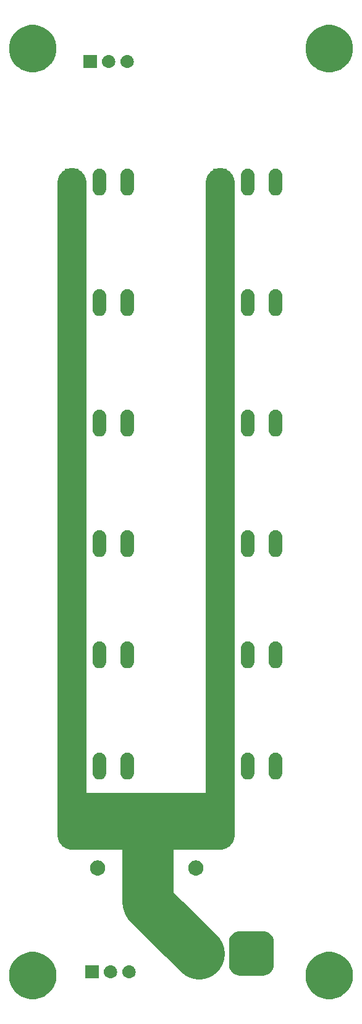
<source format=gbr>
G04 #@! TF.GenerationSoftware,KiCad,Pcbnew,(5.1.4)-1*
G04 #@! TF.CreationDate,2020-10-19T18:16:54+02:00*
G04 #@! TF.ProjectId,distrilite,64697374-7269-46c6-9974-652e6b696361,rev?*
G04 #@! TF.SameCoordinates,Original*
G04 #@! TF.FileFunction,Soldermask,Bot*
G04 #@! TF.FilePolarity,Negative*
%FSLAX46Y46*%
G04 Gerber Fmt 4.6, Leading zero omitted, Abs format (unit mm)*
G04 Created by KiCad (PCBNEW (5.1.4)-1) date 2020-10-19 18:16:54*
%MOMM*%
%LPD*%
G04 APERTURE LIST*
%ADD10C,0.150000*%
%ADD11C,7.000000*%
%ADD12C,4.000000*%
%ADD13C,0.100000*%
G04 APERTURE END LIST*
D10*
X46228000Y-150368000D02*
X46228000Y-148336000D01*
D11*
X46230000Y-157550000D02*
X46228000Y-150368000D01*
X53240000Y-164600000D02*
X46340000Y-157750000D01*
D10*
X35814000Y-142240000D02*
X35814000Y-141986000D01*
D12*
X35814000Y-148336000D02*
X35814000Y-136144000D01*
X56134000Y-148336000D02*
X56134000Y-135890000D01*
X56134000Y-144526000D02*
X35814000Y-144526000D01*
X56134000Y-148336000D02*
X35814000Y-148336000D01*
X56134000Y-138938000D02*
X56134000Y-58928000D01*
X35814000Y-138938000D02*
X35814000Y-58928000D01*
D13*
G36*
X71754239Y-164451467D02*
G01*
X72068282Y-164513934D01*
X72659926Y-164759001D01*
X73192392Y-165114784D01*
X73645216Y-165567608D01*
X74000999Y-166100074D01*
X74246066Y-166691718D01*
X74305888Y-166992462D01*
X74371000Y-167319803D01*
X74371000Y-167960197D01*
X74308533Y-168274239D01*
X74246066Y-168588282D01*
X74000999Y-169179926D01*
X73645216Y-169712392D01*
X73192392Y-170165216D01*
X72659926Y-170520999D01*
X72068282Y-170766066D01*
X71754239Y-170828533D01*
X71440197Y-170891000D01*
X70799803Y-170891000D01*
X70485761Y-170828533D01*
X70171718Y-170766066D01*
X69580074Y-170520999D01*
X69047608Y-170165216D01*
X68594784Y-169712392D01*
X68239001Y-169179926D01*
X67993934Y-168588282D01*
X67931467Y-168274239D01*
X67869000Y-167960197D01*
X67869000Y-167319803D01*
X67934112Y-166992462D01*
X67993934Y-166691718D01*
X68239001Y-166100074D01*
X68594784Y-165567608D01*
X69047608Y-165114784D01*
X69580074Y-164759001D01*
X70171718Y-164513934D01*
X70485761Y-164451467D01*
X70799803Y-164389000D01*
X71440197Y-164389000D01*
X71754239Y-164451467D01*
X71754239Y-164451467D01*
G37*
G36*
X31114239Y-164451467D02*
G01*
X31428282Y-164513934D01*
X32019926Y-164759001D01*
X32552392Y-165114784D01*
X33005216Y-165567608D01*
X33360999Y-166100074D01*
X33606066Y-166691718D01*
X33665888Y-166992462D01*
X33731000Y-167319803D01*
X33731000Y-167960197D01*
X33668533Y-168274239D01*
X33606066Y-168588282D01*
X33360999Y-169179926D01*
X33005216Y-169712392D01*
X32552392Y-170165216D01*
X32019926Y-170520999D01*
X31428282Y-170766066D01*
X31114239Y-170828533D01*
X30800197Y-170891000D01*
X30159803Y-170891000D01*
X29845761Y-170828533D01*
X29531718Y-170766066D01*
X28940074Y-170520999D01*
X28407608Y-170165216D01*
X27954784Y-169712392D01*
X27599001Y-169179926D01*
X27353934Y-168588282D01*
X27291467Y-168274239D01*
X27229000Y-167960197D01*
X27229000Y-167319803D01*
X27294112Y-166992462D01*
X27353934Y-166691718D01*
X27599001Y-166100074D01*
X27954784Y-165567608D01*
X28407608Y-165114784D01*
X28940074Y-164759001D01*
X29531718Y-164513934D01*
X29845761Y-164451467D01*
X30159803Y-164389000D01*
X30800197Y-164389000D01*
X31114239Y-164451467D01*
X31114239Y-164451467D01*
G37*
G36*
X39509000Y-168033000D02*
G01*
X37707000Y-168033000D01*
X37707000Y-166231000D01*
X39509000Y-166231000D01*
X39509000Y-168033000D01*
X39509000Y-168033000D01*
G37*
G36*
X43798442Y-166237518D02*
G01*
X43864627Y-166244037D01*
X44034466Y-166295557D01*
X44190991Y-166379222D01*
X44226729Y-166408552D01*
X44328186Y-166491814D01*
X44411448Y-166593271D01*
X44440778Y-166629009D01*
X44524443Y-166785534D01*
X44575963Y-166955373D01*
X44593359Y-167132000D01*
X44575963Y-167308627D01*
X44524443Y-167478466D01*
X44440778Y-167634991D01*
X44434205Y-167643000D01*
X44328186Y-167772186D01*
X44226729Y-167855448D01*
X44190991Y-167884778D01*
X44034466Y-167968443D01*
X43864627Y-168019963D01*
X43798442Y-168026482D01*
X43732260Y-168033000D01*
X43643740Y-168033000D01*
X43577558Y-168026482D01*
X43511373Y-168019963D01*
X43341534Y-167968443D01*
X43185009Y-167884778D01*
X43149271Y-167855448D01*
X43047814Y-167772186D01*
X42941795Y-167643000D01*
X42935222Y-167634991D01*
X42851557Y-167478466D01*
X42800037Y-167308627D01*
X42782641Y-167132000D01*
X42800037Y-166955373D01*
X42851557Y-166785534D01*
X42935222Y-166629009D01*
X42964552Y-166593271D01*
X43047814Y-166491814D01*
X43149271Y-166408552D01*
X43185009Y-166379222D01*
X43341534Y-166295557D01*
X43511373Y-166244037D01*
X43577558Y-166237518D01*
X43643740Y-166231000D01*
X43732260Y-166231000D01*
X43798442Y-166237518D01*
X43798442Y-166237518D01*
G37*
G36*
X41258442Y-166237518D02*
G01*
X41324627Y-166244037D01*
X41494466Y-166295557D01*
X41650991Y-166379222D01*
X41686729Y-166408552D01*
X41788186Y-166491814D01*
X41871448Y-166593271D01*
X41900778Y-166629009D01*
X41984443Y-166785534D01*
X42035963Y-166955373D01*
X42053359Y-167132000D01*
X42035963Y-167308627D01*
X41984443Y-167478466D01*
X41900778Y-167634991D01*
X41894205Y-167643000D01*
X41788186Y-167772186D01*
X41686729Y-167855448D01*
X41650991Y-167884778D01*
X41494466Y-167968443D01*
X41324627Y-168019963D01*
X41258442Y-168026482D01*
X41192260Y-168033000D01*
X41103740Y-168033000D01*
X41037558Y-168026482D01*
X40971373Y-168019963D01*
X40801534Y-167968443D01*
X40645009Y-167884778D01*
X40609271Y-167855448D01*
X40507814Y-167772186D01*
X40401795Y-167643000D01*
X40395222Y-167634991D01*
X40311557Y-167478466D01*
X40260037Y-167308627D01*
X40242641Y-167132000D01*
X40260037Y-166955373D01*
X40311557Y-166785534D01*
X40395222Y-166629009D01*
X40424552Y-166593271D01*
X40507814Y-166491814D01*
X40609271Y-166408552D01*
X40645009Y-166379222D01*
X40801534Y-166295557D01*
X40971373Y-166244037D01*
X41037558Y-166237518D01*
X41103740Y-166231000D01*
X41192260Y-166231000D01*
X41258442Y-166237518D01*
X41258442Y-166237518D01*
G37*
G36*
X54141943Y-161658248D02*
G01*
X54697189Y-161888238D01*
X54697190Y-161888239D01*
X55196899Y-162222134D01*
X55621866Y-162647101D01*
X55621867Y-162647103D01*
X55955762Y-163146811D01*
X56185752Y-163702057D01*
X56303000Y-164291501D01*
X56303000Y-164892499D01*
X56185752Y-165481943D01*
X55955762Y-166037189D01*
X55955761Y-166037190D01*
X55621866Y-166536899D01*
X55196899Y-166961866D01*
X54945347Y-167129948D01*
X54697189Y-167295762D01*
X54141943Y-167525752D01*
X53552499Y-167643000D01*
X52951501Y-167643000D01*
X52362057Y-167525752D01*
X51806811Y-167295762D01*
X51558653Y-167129948D01*
X51307101Y-166961866D01*
X50882134Y-166536899D01*
X50548239Y-166037190D01*
X50548238Y-166037189D01*
X50318248Y-165481943D01*
X50201000Y-164892499D01*
X50201000Y-164291501D01*
X50318248Y-163702057D01*
X50548238Y-163146811D01*
X50882133Y-162647103D01*
X50882134Y-162647101D01*
X51307101Y-162222134D01*
X51806810Y-161888239D01*
X51806811Y-161888238D01*
X52362057Y-161658248D01*
X52951501Y-161541000D01*
X53552499Y-161541000D01*
X54141943Y-161658248D01*
X54141943Y-161658248D01*
G37*
G36*
X62325297Y-161569704D02*
G01*
X62599637Y-161652924D01*
X62852462Y-161788062D01*
X63074070Y-161969930D01*
X63255938Y-162191538D01*
X63391076Y-162444363D01*
X63474296Y-162718703D01*
X63503000Y-163010140D01*
X63503000Y-166173860D01*
X63474296Y-166465297D01*
X63391076Y-166739637D01*
X63255938Y-166992462D01*
X63074070Y-167214070D01*
X62852462Y-167395938D01*
X62599637Y-167531076D01*
X62325297Y-167614296D01*
X62033860Y-167643000D01*
X58870140Y-167643000D01*
X58578703Y-167614296D01*
X58304363Y-167531076D01*
X58051538Y-167395938D01*
X57829930Y-167214070D01*
X57648062Y-166992462D01*
X57512924Y-166739637D01*
X57429704Y-166465297D01*
X57401000Y-166173860D01*
X57401000Y-163010140D01*
X57429704Y-162718703D01*
X57512924Y-162444363D01*
X57648062Y-162191538D01*
X57829930Y-161969930D01*
X58051538Y-161788062D01*
X58304363Y-161652924D01*
X58578703Y-161569704D01*
X58870140Y-161541000D01*
X62033860Y-161541000D01*
X62325297Y-161569704D01*
X62325297Y-161569704D01*
G37*
G36*
X39676564Y-151887389D02*
G01*
X39867833Y-151966615D01*
X39867835Y-151966616D01*
X40039973Y-152081635D01*
X40186365Y-152228027D01*
X40301385Y-152400167D01*
X40380611Y-152591436D01*
X40421000Y-152794484D01*
X40421000Y-153001516D01*
X40380611Y-153204564D01*
X40301385Y-153395833D01*
X40301384Y-153395835D01*
X40186365Y-153567973D01*
X40039973Y-153714365D01*
X39867835Y-153829384D01*
X39867834Y-153829385D01*
X39867833Y-153829385D01*
X39676564Y-153908611D01*
X39473516Y-153949000D01*
X39266484Y-153949000D01*
X39063436Y-153908611D01*
X38872167Y-153829385D01*
X38872166Y-153829385D01*
X38872165Y-153829384D01*
X38700027Y-153714365D01*
X38553635Y-153567973D01*
X38438616Y-153395835D01*
X38438615Y-153395833D01*
X38359389Y-153204564D01*
X38319000Y-153001516D01*
X38319000Y-152794484D01*
X38359389Y-152591436D01*
X38438615Y-152400167D01*
X38553635Y-152228027D01*
X38700027Y-152081635D01*
X38872165Y-151966616D01*
X38872167Y-151966615D01*
X39063436Y-151887389D01*
X39266484Y-151847000D01*
X39473516Y-151847000D01*
X39676564Y-151887389D01*
X39676564Y-151887389D01*
G37*
G36*
X53138564Y-151887389D02*
G01*
X53329833Y-151966615D01*
X53329835Y-151966616D01*
X53501973Y-152081635D01*
X53648365Y-152228027D01*
X53763385Y-152400167D01*
X53842611Y-152591436D01*
X53883000Y-152794484D01*
X53883000Y-153001516D01*
X53842611Y-153204564D01*
X53763385Y-153395833D01*
X53763384Y-153395835D01*
X53648365Y-153567973D01*
X53501973Y-153714365D01*
X53329835Y-153829384D01*
X53329834Y-153829385D01*
X53329833Y-153829385D01*
X53138564Y-153908611D01*
X52935516Y-153949000D01*
X52728484Y-153949000D01*
X52525436Y-153908611D01*
X52334167Y-153829385D01*
X52334166Y-153829385D01*
X52334165Y-153829384D01*
X52162027Y-153714365D01*
X52015635Y-153567973D01*
X51900616Y-153395835D01*
X51900615Y-153395833D01*
X51821389Y-153204564D01*
X51781000Y-153001516D01*
X51781000Y-152794484D01*
X51821389Y-152591436D01*
X51900615Y-152400167D01*
X52015635Y-152228027D01*
X52162027Y-152081635D01*
X52334165Y-151966616D01*
X52334167Y-151966615D01*
X52525436Y-151887389D01*
X52728484Y-151847000D01*
X52935516Y-151847000D01*
X53138564Y-151887389D01*
X53138564Y-151887389D01*
G37*
G36*
X53883000Y-150149000D02*
G01*
X51781000Y-150149000D01*
X51781000Y-148047000D01*
X53883000Y-148047000D01*
X53883000Y-150149000D01*
X53883000Y-150149000D01*
G37*
G36*
X40421000Y-150149000D02*
G01*
X38319000Y-150149000D01*
X38319000Y-148047000D01*
X40421000Y-148047000D01*
X40421000Y-150149000D01*
X40421000Y-150149000D01*
G37*
G36*
X39810424Y-137100760D02*
G01*
X39810427Y-137100761D01*
X39810428Y-137100761D01*
X39989692Y-137155140D01*
X39989695Y-137155142D01*
X39989696Y-137155142D01*
X40154903Y-137243446D01*
X40299712Y-137362288D01*
X40418554Y-137507097D01*
X40506858Y-137672303D01*
X40506860Y-137672307D01*
X40506860Y-137672308D01*
X40561240Y-137851575D01*
X40575000Y-137991282D01*
X40575000Y-139884718D01*
X40561240Y-140024425D01*
X40561239Y-140024428D01*
X40561239Y-140024429D01*
X40506860Y-140203693D01*
X40506858Y-140203696D01*
X40506858Y-140203697D01*
X40418554Y-140368903D01*
X40299712Y-140513712D01*
X40154903Y-140632554D01*
X39989697Y-140720858D01*
X39989693Y-140720860D01*
X39810429Y-140775239D01*
X39810428Y-140775239D01*
X39810425Y-140775240D01*
X39624000Y-140793601D01*
X39437576Y-140775240D01*
X39437573Y-140775239D01*
X39437572Y-140775239D01*
X39258308Y-140720860D01*
X39258304Y-140720858D01*
X39093098Y-140632554D01*
X38948289Y-140513712D01*
X38829447Y-140368903D01*
X38741143Y-140203697D01*
X38741143Y-140203696D01*
X38741141Y-140203693D01*
X38686762Y-140024429D01*
X38686762Y-140024428D01*
X38686761Y-140024425D01*
X38673000Y-139884717D01*
X38673000Y-137991283D01*
X38686760Y-137851576D01*
X38686761Y-137851572D01*
X38741140Y-137672308D01*
X38741143Y-137672303D01*
X38829446Y-137507097D01*
X38948288Y-137362288D01*
X39093097Y-137243446D01*
X39258303Y-137155142D01*
X39258304Y-137155142D01*
X39258307Y-137155140D01*
X39437571Y-137100761D01*
X39437572Y-137100761D01*
X39437575Y-137100760D01*
X39624000Y-137082399D01*
X39810424Y-137100760D01*
X39810424Y-137100760D01*
G37*
G36*
X60130424Y-137100760D02*
G01*
X60130427Y-137100761D01*
X60130428Y-137100761D01*
X60309692Y-137155140D01*
X60309695Y-137155142D01*
X60309696Y-137155142D01*
X60474903Y-137243446D01*
X60619712Y-137362288D01*
X60738554Y-137507097D01*
X60826858Y-137672303D01*
X60826860Y-137672307D01*
X60826860Y-137672308D01*
X60881240Y-137851575D01*
X60895000Y-137991282D01*
X60895000Y-139884718D01*
X60881240Y-140024425D01*
X60881239Y-140024428D01*
X60881239Y-140024429D01*
X60826860Y-140203693D01*
X60826858Y-140203696D01*
X60826858Y-140203697D01*
X60738554Y-140368903D01*
X60619712Y-140513712D01*
X60474903Y-140632554D01*
X60309697Y-140720858D01*
X60309693Y-140720860D01*
X60130429Y-140775239D01*
X60130428Y-140775239D01*
X60130425Y-140775240D01*
X59944000Y-140793601D01*
X59757576Y-140775240D01*
X59757573Y-140775239D01*
X59757572Y-140775239D01*
X59578308Y-140720860D01*
X59578304Y-140720858D01*
X59413098Y-140632554D01*
X59268289Y-140513712D01*
X59149447Y-140368903D01*
X59061143Y-140203697D01*
X59061143Y-140203696D01*
X59061141Y-140203693D01*
X59006762Y-140024429D01*
X59006762Y-140024428D01*
X59006761Y-140024425D01*
X58993000Y-139884717D01*
X58993000Y-137991283D01*
X59006760Y-137851576D01*
X59006761Y-137851572D01*
X59061140Y-137672308D01*
X59061143Y-137672303D01*
X59149446Y-137507097D01*
X59268288Y-137362288D01*
X59413097Y-137243446D01*
X59578303Y-137155142D01*
X59578304Y-137155142D01*
X59578307Y-137155140D01*
X59757571Y-137100761D01*
X59757572Y-137100761D01*
X59757575Y-137100760D01*
X59944000Y-137082399D01*
X60130424Y-137100760D01*
X60130424Y-137100760D01*
G37*
G36*
X63940424Y-137100760D02*
G01*
X63940427Y-137100761D01*
X63940428Y-137100761D01*
X64119692Y-137155140D01*
X64119695Y-137155142D01*
X64119696Y-137155142D01*
X64284903Y-137243446D01*
X64429712Y-137362288D01*
X64548554Y-137507097D01*
X64636858Y-137672303D01*
X64636860Y-137672307D01*
X64636860Y-137672308D01*
X64691240Y-137851575D01*
X64705000Y-137991282D01*
X64705000Y-139884718D01*
X64691240Y-140024425D01*
X64691239Y-140024428D01*
X64691239Y-140024429D01*
X64636860Y-140203693D01*
X64636858Y-140203696D01*
X64636858Y-140203697D01*
X64548554Y-140368903D01*
X64429712Y-140513712D01*
X64284903Y-140632554D01*
X64119697Y-140720858D01*
X64119693Y-140720860D01*
X63940429Y-140775239D01*
X63940428Y-140775239D01*
X63940425Y-140775240D01*
X63754000Y-140793601D01*
X63567576Y-140775240D01*
X63567573Y-140775239D01*
X63567572Y-140775239D01*
X63388308Y-140720860D01*
X63388304Y-140720858D01*
X63223098Y-140632554D01*
X63078289Y-140513712D01*
X62959447Y-140368903D01*
X62871143Y-140203697D01*
X62871143Y-140203696D01*
X62871141Y-140203693D01*
X62816762Y-140024429D01*
X62816762Y-140024428D01*
X62816761Y-140024425D01*
X62803000Y-139884717D01*
X62803000Y-137991283D01*
X62816760Y-137851576D01*
X62816761Y-137851572D01*
X62871140Y-137672308D01*
X62871143Y-137672303D01*
X62959446Y-137507097D01*
X63078288Y-137362288D01*
X63223097Y-137243446D01*
X63388303Y-137155142D01*
X63388304Y-137155142D01*
X63388307Y-137155140D01*
X63567571Y-137100761D01*
X63567572Y-137100761D01*
X63567575Y-137100760D01*
X63754000Y-137082399D01*
X63940424Y-137100760D01*
X63940424Y-137100760D01*
G37*
G36*
X43620424Y-137100760D02*
G01*
X43620427Y-137100761D01*
X43620428Y-137100761D01*
X43799692Y-137155140D01*
X43799695Y-137155142D01*
X43799696Y-137155142D01*
X43964903Y-137243446D01*
X44109712Y-137362288D01*
X44228554Y-137507097D01*
X44316858Y-137672303D01*
X44316860Y-137672307D01*
X44316860Y-137672308D01*
X44371240Y-137851575D01*
X44385000Y-137991282D01*
X44385000Y-139884718D01*
X44371240Y-140024425D01*
X44371239Y-140024428D01*
X44371239Y-140024429D01*
X44316860Y-140203693D01*
X44316858Y-140203696D01*
X44316858Y-140203697D01*
X44228554Y-140368903D01*
X44109712Y-140513712D01*
X43964903Y-140632554D01*
X43799697Y-140720858D01*
X43799693Y-140720860D01*
X43620429Y-140775239D01*
X43620428Y-140775239D01*
X43620425Y-140775240D01*
X43434000Y-140793601D01*
X43247576Y-140775240D01*
X43247573Y-140775239D01*
X43247572Y-140775239D01*
X43068308Y-140720860D01*
X43068304Y-140720858D01*
X42903098Y-140632554D01*
X42758289Y-140513712D01*
X42639447Y-140368903D01*
X42551143Y-140203697D01*
X42551143Y-140203696D01*
X42551141Y-140203693D01*
X42496762Y-140024429D01*
X42496762Y-140024428D01*
X42496761Y-140024425D01*
X42483000Y-139884717D01*
X42483000Y-137991283D01*
X42496760Y-137851576D01*
X42496761Y-137851572D01*
X42551140Y-137672308D01*
X42551143Y-137672303D01*
X42639446Y-137507097D01*
X42758288Y-137362288D01*
X42903097Y-137243446D01*
X43068303Y-137155142D01*
X43068304Y-137155142D01*
X43068307Y-137155140D01*
X43247571Y-137100761D01*
X43247572Y-137100761D01*
X43247575Y-137100760D01*
X43434000Y-137082399D01*
X43620424Y-137100760D01*
X43620424Y-137100760D01*
G37*
G36*
X36765000Y-140789000D02*
G01*
X34863000Y-140789000D01*
X34863000Y-137087000D01*
X36765000Y-137087000D01*
X36765000Y-140789000D01*
X36765000Y-140789000D01*
G37*
G36*
X57085000Y-140789000D02*
G01*
X55183000Y-140789000D01*
X55183000Y-137087000D01*
X57085000Y-137087000D01*
X57085000Y-140789000D01*
X57085000Y-140789000D01*
G37*
G36*
X39810424Y-121860760D02*
G01*
X39810427Y-121860761D01*
X39810428Y-121860761D01*
X39989692Y-121915140D01*
X39989695Y-121915142D01*
X39989696Y-121915142D01*
X40154903Y-122003446D01*
X40299712Y-122122288D01*
X40418554Y-122267097D01*
X40506858Y-122432303D01*
X40506860Y-122432307D01*
X40506860Y-122432308D01*
X40561240Y-122611575D01*
X40575000Y-122751282D01*
X40575000Y-124644718D01*
X40561240Y-124784425D01*
X40561239Y-124784428D01*
X40561239Y-124784429D01*
X40506860Y-124963693D01*
X40506858Y-124963696D01*
X40506858Y-124963697D01*
X40418554Y-125128903D01*
X40299712Y-125273712D01*
X40154903Y-125392554D01*
X39989697Y-125480858D01*
X39989693Y-125480860D01*
X39810429Y-125535239D01*
X39810428Y-125535239D01*
X39810425Y-125535240D01*
X39624000Y-125553601D01*
X39437576Y-125535240D01*
X39437573Y-125535239D01*
X39437572Y-125535239D01*
X39258308Y-125480860D01*
X39258304Y-125480858D01*
X39093098Y-125392554D01*
X38948289Y-125273712D01*
X38829447Y-125128903D01*
X38741143Y-124963697D01*
X38741143Y-124963696D01*
X38741141Y-124963693D01*
X38686762Y-124784429D01*
X38686762Y-124784428D01*
X38686761Y-124784425D01*
X38673000Y-124644717D01*
X38673000Y-122751283D01*
X38686760Y-122611576D01*
X38686761Y-122611572D01*
X38741140Y-122432308D01*
X38741143Y-122432303D01*
X38829446Y-122267097D01*
X38948288Y-122122288D01*
X39093097Y-122003446D01*
X39258303Y-121915142D01*
X39258304Y-121915142D01*
X39258307Y-121915140D01*
X39437571Y-121860761D01*
X39437572Y-121860761D01*
X39437575Y-121860760D01*
X39624000Y-121842399D01*
X39810424Y-121860760D01*
X39810424Y-121860760D01*
G37*
G36*
X43620424Y-121860760D02*
G01*
X43620427Y-121860761D01*
X43620428Y-121860761D01*
X43799692Y-121915140D01*
X43799695Y-121915142D01*
X43799696Y-121915142D01*
X43964903Y-122003446D01*
X44109712Y-122122288D01*
X44228554Y-122267097D01*
X44316858Y-122432303D01*
X44316860Y-122432307D01*
X44316860Y-122432308D01*
X44371240Y-122611575D01*
X44385000Y-122751282D01*
X44385000Y-124644718D01*
X44371240Y-124784425D01*
X44371239Y-124784428D01*
X44371239Y-124784429D01*
X44316860Y-124963693D01*
X44316858Y-124963696D01*
X44316858Y-124963697D01*
X44228554Y-125128903D01*
X44109712Y-125273712D01*
X43964903Y-125392554D01*
X43799697Y-125480858D01*
X43799693Y-125480860D01*
X43620429Y-125535239D01*
X43620428Y-125535239D01*
X43620425Y-125535240D01*
X43434000Y-125553601D01*
X43247576Y-125535240D01*
X43247573Y-125535239D01*
X43247572Y-125535239D01*
X43068308Y-125480860D01*
X43068304Y-125480858D01*
X42903098Y-125392554D01*
X42758289Y-125273712D01*
X42639447Y-125128903D01*
X42551143Y-124963697D01*
X42551143Y-124963696D01*
X42551141Y-124963693D01*
X42496762Y-124784429D01*
X42496762Y-124784428D01*
X42496761Y-124784425D01*
X42483000Y-124644717D01*
X42483000Y-122751283D01*
X42496760Y-122611576D01*
X42496761Y-122611572D01*
X42551140Y-122432308D01*
X42551143Y-122432303D01*
X42639446Y-122267097D01*
X42758288Y-122122288D01*
X42903097Y-122003446D01*
X43068303Y-121915142D01*
X43068304Y-121915142D01*
X43068307Y-121915140D01*
X43247571Y-121860761D01*
X43247572Y-121860761D01*
X43247575Y-121860760D01*
X43434000Y-121842399D01*
X43620424Y-121860760D01*
X43620424Y-121860760D01*
G37*
G36*
X60130424Y-121860760D02*
G01*
X60130427Y-121860761D01*
X60130428Y-121860761D01*
X60309692Y-121915140D01*
X60309695Y-121915142D01*
X60309696Y-121915142D01*
X60474903Y-122003446D01*
X60619712Y-122122288D01*
X60738554Y-122267097D01*
X60826858Y-122432303D01*
X60826860Y-122432307D01*
X60826860Y-122432308D01*
X60881240Y-122611575D01*
X60895000Y-122751282D01*
X60895000Y-124644718D01*
X60881240Y-124784425D01*
X60881239Y-124784428D01*
X60881239Y-124784429D01*
X60826860Y-124963693D01*
X60826858Y-124963696D01*
X60826858Y-124963697D01*
X60738554Y-125128903D01*
X60619712Y-125273712D01*
X60474903Y-125392554D01*
X60309697Y-125480858D01*
X60309693Y-125480860D01*
X60130429Y-125535239D01*
X60130428Y-125535239D01*
X60130425Y-125535240D01*
X59944000Y-125553601D01*
X59757576Y-125535240D01*
X59757573Y-125535239D01*
X59757572Y-125535239D01*
X59578308Y-125480860D01*
X59578304Y-125480858D01*
X59413098Y-125392554D01*
X59268289Y-125273712D01*
X59149447Y-125128903D01*
X59061143Y-124963697D01*
X59061143Y-124963696D01*
X59061141Y-124963693D01*
X59006762Y-124784429D01*
X59006762Y-124784428D01*
X59006761Y-124784425D01*
X58993000Y-124644717D01*
X58993000Y-122751283D01*
X59006760Y-122611576D01*
X59006761Y-122611572D01*
X59061140Y-122432308D01*
X59061143Y-122432303D01*
X59149446Y-122267097D01*
X59268288Y-122122288D01*
X59413097Y-122003446D01*
X59578303Y-121915142D01*
X59578304Y-121915142D01*
X59578307Y-121915140D01*
X59757571Y-121860761D01*
X59757572Y-121860761D01*
X59757575Y-121860760D01*
X59944000Y-121842399D01*
X60130424Y-121860760D01*
X60130424Y-121860760D01*
G37*
G36*
X63940424Y-121860760D02*
G01*
X63940427Y-121860761D01*
X63940428Y-121860761D01*
X64119692Y-121915140D01*
X64119695Y-121915142D01*
X64119696Y-121915142D01*
X64284903Y-122003446D01*
X64429712Y-122122288D01*
X64548554Y-122267097D01*
X64636858Y-122432303D01*
X64636860Y-122432307D01*
X64636860Y-122432308D01*
X64691240Y-122611575D01*
X64705000Y-122751282D01*
X64705000Y-124644718D01*
X64691240Y-124784425D01*
X64691239Y-124784428D01*
X64691239Y-124784429D01*
X64636860Y-124963693D01*
X64636858Y-124963696D01*
X64636858Y-124963697D01*
X64548554Y-125128903D01*
X64429712Y-125273712D01*
X64284903Y-125392554D01*
X64119697Y-125480858D01*
X64119693Y-125480860D01*
X63940429Y-125535239D01*
X63940428Y-125535239D01*
X63940425Y-125535240D01*
X63754000Y-125553601D01*
X63567576Y-125535240D01*
X63567573Y-125535239D01*
X63567572Y-125535239D01*
X63388308Y-125480860D01*
X63388304Y-125480858D01*
X63223098Y-125392554D01*
X63078289Y-125273712D01*
X62959447Y-125128903D01*
X62871143Y-124963697D01*
X62871143Y-124963696D01*
X62871141Y-124963693D01*
X62816762Y-124784429D01*
X62816762Y-124784428D01*
X62816761Y-124784425D01*
X62803000Y-124644717D01*
X62803000Y-122751283D01*
X62816760Y-122611576D01*
X62816761Y-122611572D01*
X62871140Y-122432308D01*
X62871143Y-122432303D01*
X62959446Y-122267097D01*
X63078288Y-122122288D01*
X63223097Y-122003446D01*
X63388303Y-121915142D01*
X63388304Y-121915142D01*
X63388307Y-121915140D01*
X63567571Y-121860761D01*
X63567572Y-121860761D01*
X63567575Y-121860760D01*
X63754000Y-121842399D01*
X63940424Y-121860760D01*
X63940424Y-121860760D01*
G37*
G36*
X36765000Y-125549000D02*
G01*
X34863000Y-125549000D01*
X34863000Y-121847000D01*
X36765000Y-121847000D01*
X36765000Y-125549000D01*
X36765000Y-125549000D01*
G37*
G36*
X57085000Y-125549000D02*
G01*
X55183000Y-125549000D01*
X55183000Y-121847000D01*
X57085000Y-121847000D01*
X57085000Y-125549000D01*
X57085000Y-125549000D01*
G37*
G36*
X43620424Y-106620760D02*
G01*
X43620427Y-106620761D01*
X43620428Y-106620761D01*
X43799692Y-106675140D01*
X43799695Y-106675142D01*
X43799696Y-106675142D01*
X43964903Y-106763446D01*
X44109712Y-106882288D01*
X44228554Y-107027097D01*
X44316858Y-107192303D01*
X44316860Y-107192307D01*
X44316860Y-107192308D01*
X44371240Y-107371575D01*
X44385000Y-107511282D01*
X44385000Y-109404718D01*
X44371240Y-109544425D01*
X44371239Y-109544428D01*
X44371239Y-109544429D01*
X44316860Y-109723693D01*
X44316858Y-109723696D01*
X44316858Y-109723697D01*
X44228554Y-109888903D01*
X44109712Y-110033712D01*
X43964903Y-110152554D01*
X43799697Y-110240858D01*
X43799693Y-110240860D01*
X43620429Y-110295239D01*
X43620428Y-110295239D01*
X43620425Y-110295240D01*
X43434000Y-110313601D01*
X43247576Y-110295240D01*
X43247573Y-110295239D01*
X43247572Y-110295239D01*
X43068308Y-110240860D01*
X43068304Y-110240858D01*
X42903098Y-110152554D01*
X42758289Y-110033712D01*
X42639447Y-109888903D01*
X42551143Y-109723697D01*
X42551143Y-109723696D01*
X42551141Y-109723693D01*
X42496762Y-109544429D01*
X42496762Y-109544428D01*
X42496761Y-109544425D01*
X42483000Y-109404717D01*
X42483000Y-107511283D01*
X42496760Y-107371576D01*
X42496761Y-107371572D01*
X42551140Y-107192308D01*
X42551143Y-107192303D01*
X42639446Y-107027097D01*
X42758288Y-106882288D01*
X42903097Y-106763446D01*
X43068303Y-106675142D01*
X43068304Y-106675142D01*
X43068307Y-106675140D01*
X43247571Y-106620761D01*
X43247572Y-106620761D01*
X43247575Y-106620760D01*
X43434000Y-106602399D01*
X43620424Y-106620760D01*
X43620424Y-106620760D01*
G37*
G36*
X39810424Y-106620760D02*
G01*
X39810427Y-106620761D01*
X39810428Y-106620761D01*
X39989692Y-106675140D01*
X39989695Y-106675142D01*
X39989696Y-106675142D01*
X40154903Y-106763446D01*
X40299712Y-106882288D01*
X40418554Y-107027097D01*
X40506858Y-107192303D01*
X40506860Y-107192307D01*
X40506860Y-107192308D01*
X40561240Y-107371575D01*
X40575000Y-107511282D01*
X40575000Y-109404718D01*
X40561240Y-109544425D01*
X40561239Y-109544428D01*
X40561239Y-109544429D01*
X40506860Y-109723693D01*
X40506858Y-109723696D01*
X40506858Y-109723697D01*
X40418554Y-109888903D01*
X40299712Y-110033712D01*
X40154903Y-110152554D01*
X39989697Y-110240858D01*
X39989693Y-110240860D01*
X39810429Y-110295239D01*
X39810428Y-110295239D01*
X39810425Y-110295240D01*
X39624000Y-110313601D01*
X39437576Y-110295240D01*
X39437573Y-110295239D01*
X39437572Y-110295239D01*
X39258308Y-110240860D01*
X39258304Y-110240858D01*
X39093098Y-110152554D01*
X38948289Y-110033712D01*
X38829447Y-109888903D01*
X38741143Y-109723697D01*
X38741143Y-109723696D01*
X38741141Y-109723693D01*
X38686762Y-109544429D01*
X38686762Y-109544428D01*
X38686761Y-109544425D01*
X38673000Y-109404717D01*
X38673000Y-107511283D01*
X38686760Y-107371576D01*
X38686761Y-107371572D01*
X38741140Y-107192308D01*
X38741143Y-107192303D01*
X38829446Y-107027097D01*
X38948288Y-106882288D01*
X39093097Y-106763446D01*
X39258303Y-106675142D01*
X39258304Y-106675142D01*
X39258307Y-106675140D01*
X39437571Y-106620761D01*
X39437572Y-106620761D01*
X39437575Y-106620760D01*
X39624000Y-106602399D01*
X39810424Y-106620760D01*
X39810424Y-106620760D01*
G37*
G36*
X63940424Y-106620760D02*
G01*
X63940427Y-106620761D01*
X63940428Y-106620761D01*
X64119692Y-106675140D01*
X64119695Y-106675142D01*
X64119696Y-106675142D01*
X64284903Y-106763446D01*
X64429712Y-106882288D01*
X64548554Y-107027097D01*
X64636858Y-107192303D01*
X64636860Y-107192307D01*
X64636860Y-107192308D01*
X64691240Y-107371575D01*
X64705000Y-107511282D01*
X64705000Y-109404718D01*
X64691240Y-109544425D01*
X64691239Y-109544428D01*
X64691239Y-109544429D01*
X64636860Y-109723693D01*
X64636858Y-109723696D01*
X64636858Y-109723697D01*
X64548554Y-109888903D01*
X64429712Y-110033712D01*
X64284903Y-110152554D01*
X64119697Y-110240858D01*
X64119693Y-110240860D01*
X63940429Y-110295239D01*
X63940428Y-110295239D01*
X63940425Y-110295240D01*
X63754000Y-110313601D01*
X63567576Y-110295240D01*
X63567573Y-110295239D01*
X63567572Y-110295239D01*
X63388308Y-110240860D01*
X63388304Y-110240858D01*
X63223098Y-110152554D01*
X63078289Y-110033712D01*
X62959447Y-109888903D01*
X62871143Y-109723697D01*
X62871143Y-109723696D01*
X62871141Y-109723693D01*
X62816762Y-109544429D01*
X62816762Y-109544428D01*
X62816761Y-109544425D01*
X62803000Y-109404717D01*
X62803000Y-107511283D01*
X62816760Y-107371576D01*
X62816761Y-107371572D01*
X62871140Y-107192308D01*
X62871143Y-107192303D01*
X62959446Y-107027097D01*
X63078288Y-106882288D01*
X63223097Y-106763446D01*
X63388303Y-106675142D01*
X63388304Y-106675142D01*
X63388307Y-106675140D01*
X63567571Y-106620761D01*
X63567572Y-106620761D01*
X63567575Y-106620760D01*
X63754000Y-106602399D01*
X63940424Y-106620760D01*
X63940424Y-106620760D01*
G37*
G36*
X60130424Y-106620760D02*
G01*
X60130427Y-106620761D01*
X60130428Y-106620761D01*
X60309692Y-106675140D01*
X60309695Y-106675142D01*
X60309696Y-106675142D01*
X60474903Y-106763446D01*
X60619712Y-106882288D01*
X60738554Y-107027097D01*
X60826858Y-107192303D01*
X60826860Y-107192307D01*
X60826860Y-107192308D01*
X60881240Y-107371575D01*
X60895000Y-107511282D01*
X60895000Y-109404718D01*
X60881240Y-109544425D01*
X60881239Y-109544428D01*
X60881239Y-109544429D01*
X60826860Y-109723693D01*
X60826858Y-109723696D01*
X60826858Y-109723697D01*
X60738554Y-109888903D01*
X60619712Y-110033712D01*
X60474903Y-110152554D01*
X60309697Y-110240858D01*
X60309693Y-110240860D01*
X60130429Y-110295239D01*
X60130428Y-110295239D01*
X60130425Y-110295240D01*
X59944000Y-110313601D01*
X59757576Y-110295240D01*
X59757573Y-110295239D01*
X59757572Y-110295239D01*
X59578308Y-110240860D01*
X59578304Y-110240858D01*
X59413098Y-110152554D01*
X59268289Y-110033712D01*
X59149447Y-109888903D01*
X59061143Y-109723697D01*
X59061143Y-109723696D01*
X59061141Y-109723693D01*
X59006762Y-109544429D01*
X59006762Y-109544428D01*
X59006761Y-109544425D01*
X58993000Y-109404717D01*
X58993000Y-107511283D01*
X59006760Y-107371576D01*
X59006761Y-107371572D01*
X59061140Y-107192308D01*
X59061143Y-107192303D01*
X59149446Y-107027097D01*
X59268288Y-106882288D01*
X59413097Y-106763446D01*
X59578303Y-106675142D01*
X59578304Y-106675142D01*
X59578307Y-106675140D01*
X59757571Y-106620761D01*
X59757572Y-106620761D01*
X59757575Y-106620760D01*
X59944000Y-106602399D01*
X60130424Y-106620760D01*
X60130424Y-106620760D01*
G37*
G36*
X36765000Y-110309000D02*
G01*
X34863000Y-110309000D01*
X34863000Y-106607000D01*
X36765000Y-106607000D01*
X36765000Y-110309000D01*
X36765000Y-110309000D01*
G37*
G36*
X57085000Y-110309000D02*
G01*
X55183000Y-110309000D01*
X55183000Y-106607000D01*
X57085000Y-106607000D01*
X57085000Y-110309000D01*
X57085000Y-110309000D01*
G37*
G36*
X60130424Y-90110760D02*
G01*
X60130427Y-90110761D01*
X60130428Y-90110761D01*
X60309692Y-90165140D01*
X60309695Y-90165142D01*
X60309696Y-90165142D01*
X60474903Y-90253446D01*
X60619712Y-90372288D01*
X60738554Y-90517097D01*
X60826858Y-90682303D01*
X60826860Y-90682307D01*
X60826860Y-90682308D01*
X60881240Y-90861575D01*
X60895000Y-91001282D01*
X60895000Y-92894718D01*
X60881240Y-93034425D01*
X60881239Y-93034428D01*
X60881239Y-93034429D01*
X60826860Y-93213693D01*
X60826858Y-93213696D01*
X60826858Y-93213697D01*
X60738554Y-93378903D01*
X60619712Y-93523712D01*
X60474903Y-93642554D01*
X60309697Y-93730858D01*
X60309693Y-93730860D01*
X60130429Y-93785239D01*
X60130428Y-93785239D01*
X60130425Y-93785240D01*
X59944000Y-93803601D01*
X59757576Y-93785240D01*
X59757573Y-93785239D01*
X59757572Y-93785239D01*
X59578308Y-93730860D01*
X59578304Y-93730858D01*
X59413098Y-93642554D01*
X59268289Y-93523712D01*
X59149447Y-93378903D01*
X59061143Y-93213697D01*
X59061143Y-93213696D01*
X59061141Y-93213693D01*
X59006762Y-93034429D01*
X59006762Y-93034428D01*
X59006761Y-93034425D01*
X58993000Y-92894717D01*
X58993000Y-91001283D01*
X59006760Y-90861576D01*
X59006761Y-90861572D01*
X59061140Y-90682308D01*
X59061143Y-90682303D01*
X59149446Y-90517097D01*
X59268288Y-90372288D01*
X59413097Y-90253446D01*
X59578303Y-90165142D01*
X59578304Y-90165142D01*
X59578307Y-90165140D01*
X59757571Y-90110761D01*
X59757572Y-90110761D01*
X59757575Y-90110760D01*
X59944000Y-90092399D01*
X60130424Y-90110760D01*
X60130424Y-90110760D01*
G37*
G36*
X63940424Y-90110760D02*
G01*
X63940427Y-90110761D01*
X63940428Y-90110761D01*
X64119692Y-90165140D01*
X64119695Y-90165142D01*
X64119696Y-90165142D01*
X64284903Y-90253446D01*
X64429712Y-90372288D01*
X64548554Y-90517097D01*
X64636858Y-90682303D01*
X64636860Y-90682307D01*
X64636860Y-90682308D01*
X64691240Y-90861575D01*
X64705000Y-91001282D01*
X64705000Y-92894718D01*
X64691240Y-93034425D01*
X64691239Y-93034428D01*
X64691239Y-93034429D01*
X64636860Y-93213693D01*
X64636858Y-93213696D01*
X64636858Y-93213697D01*
X64548554Y-93378903D01*
X64429712Y-93523712D01*
X64284903Y-93642554D01*
X64119697Y-93730858D01*
X64119693Y-93730860D01*
X63940429Y-93785239D01*
X63940428Y-93785239D01*
X63940425Y-93785240D01*
X63754000Y-93803601D01*
X63567576Y-93785240D01*
X63567573Y-93785239D01*
X63567572Y-93785239D01*
X63388308Y-93730860D01*
X63388304Y-93730858D01*
X63223098Y-93642554D01*
X63078289Y-93523712D01*
X62959447Y-93378903D01*
X62871143Y-93213697D01*
X62871143Y-93213696D01*
X62871141Y-93213693D01*
X62816762Y-93034429D01*
X62816762Y-93034428D01*
X62816761Y-93034425D01*
X62803000Y-92894717D01*
X62803000Y-91001283D01*
X62816760Y-90861576D01*
X62816761Y-90861572D01*
X62871140Y-90682308D01*
X62871143Y-90682303D01*
X62959446Y-90517097D01*
X63078288Y-90372288D01*
X63223097Y-90253446D01*
X63388303Y-90165142D01*
X63388304Y-90165142D01*
X63388307Y-90165140D01*
X63567571Y-90110761D01*
X63567572Y-90110761D01*
X63567575Y-90110760D01*
X63754000Y-90092399D01*
X63940424Y-90110760D01*
X63940424Y-90110760D01*
G37*
G36*
X43620424Y-90110760D02*
G01*
X43620427Y-90110761D01*
X43620428Y-90110761D01*
X43799692Y-90165140D01*
X43799695Y-90165142D01*
X43799696Y-90165142D01*
X43964903Y-90253446D01*
X44109712Y-90372288D01*
X44228554Y-90517097D01*
X44316858Y-90682303D01*
X44316860Y-90682307D01*
X44316860Y-90682308D01*
X44371240Y-90861575D01*
X44385000Y-91001282D01*
X44385000Y-92894718D01*
X44371240Y-93034425D01*
X44371239Y-93034428D01*
X44371239Y-93034429D01*
X44316860Y-93213693D01*
X44316858Y-93213696D01*
X44316858Y-93213697D01*
X44228554Y-93378903D01*
X44109712Y-93523712D01*
X43964903Y-93642554D01*
X43799697Y-93730858D01*
X43799693Y-93730860D01*
X43620429Y-93785239D01*
X43620428Y-93785239D01*
X43620425Y-93785240D01*
X43434000Y-93803601D01*
X43247576Y-93785240D01*
X43247573Y-93785239D01*
X43247572Y-93785239D01*
X43068308Y-93730860D01*
X43068304Y-93730858D01*
X42903098Y-93642554D01*
X42758289Y-93523712D01*
X42639447Y-93378903D01*
X42551143Y-93213697D01*
X42551143Y-93213696D01*
X42551141Y-93213693D01*
X42496762Y-93034429D01*
X42496762Y-93034428D01*
X42496761Y-93034425D01*
X42483000Y-92894717D01*
X42483000Y-91001283D01*
X42496760Y-90861576D01*
X42496761Y-90861572D01*
X42551140Y-90682308D01*
X42551143Y-90682303D01*
X42639446Y-90517097D01*
X42758288Y-90372288D01*
X42903097Y-90253446D01*
X43068303Y-90165142D01*
X43068304Y-90165142D01*
X43068307Y-90165140D01*
X43247571Y-90110761D01*
X43247572Y-90110761D01*
X43247575Y-90110760D01*
X43434000Y-90092399D01*
X43620424Y-90110760D01*
X43620424Y-90110760D01*
G37*
G36*
X39810424Y-90110760D02*
G01*
X39810427Y-90110761D01*
X39810428Y-90110761D01*
X39989692Y-90165140D01*
X39989695Y-90165142D01*
X39989696Y-90165142D01*
X40154903Y-90253446D01*
X40299712Y-90372288D01*
X40418554Y-90517097D01*
X40506858Y-90682303D01*
X40506860Y-90682307D01*
X40506860Y-90682308D01*
X40561240Y-90861575D01*
X40575000Y-91001282D01*
X40575000Y-92894718D01*
X40561240Y-93034425D01*
X40561239Y-93034428D01*
X40561239Y-93034429D01*
X40506860Y-93213693D01*
X40506858Y-93213696D01*
X40506858Y-93213697D01*
X40418554Y-93378903D01*
X40299712Y-93523712D01*
X40154903Y-93642554D01*
X39989697Y-93730858D01*
X39989693Y-93730860D01*
X39810429Y-93785239D01*
X39810428Y-93785239D01*
X39810425Y-93785240D01*
X39624000Y-93803601D01*
X39437576Y-93785240D01*
X39437573Y-93785239D01*
X39437572Y-93785239D01*
X39258308Y-93730860D01*
X39258304Y-93730858D01*
X39093098Y-93642554D01*
X38948289Y-93523712D01*
X38829447Y-93378903D01*
X38741143Y-93213697D01*
X38741143Y-93213696D01*
X38741141Y-93213693D01*
X38686762Y-93034429D01*
X38686762Y-93034428D01*
X38686761Y-93034425D01*
X38673000Y-92894717D01*
X38673000Y-91001283D01*
X38686760Y-90861576D01*
X38686761Y-90861572D01*
X38741140Y-90682308D01*
X38741143Y-90682303D01*
X38829446Y-90517097D01*
X38948288Y-90372288D01*
X39093097Y-90253446D01*
X39258303Y-90165142D01*
X39258304Y-90165142D01*
X39258307Y-90165140D01*
X39437571Y-90110761D01*
X39437572Y-90110761D01*
X39437575Y-90110760D01*
X39624000Y-90092399D01*
X39810424Y-90110760D01*
X39810424Y-90110760D01*
G37*
G36*
X36765000Y-93799000D02*
G01*
X34863000Y-93799000D01*
X34863000Y-90097000D01*
X36765000Y-90097000D01*
X36765000Y-93799000D01*
X36765000Y-93799000D01*
G37*
G36*
X57085000Y-93799000D02*
G01*
X55183000Y-93799000D01*
X55183000Y-90097000D01*
X57085000Y-90097000D01*
X57085000Y-93799000D01*
X57085000Y-93799000D01*
G37*
G36*
X60130424Y-73600760D02*
G01*
X60130427Y-73600761D01*
X60130428Y-73600761D01*
X60309692Y-73655140D01*
X60309695Y-73655142D01*
X60309696Y-73655142D01*
X60474903Y-73743446D01*
X60619712Y-73862288D01*
X60738554Y-74007097D01*
X60826858Y-74172303D01*
X60826860Y-74172307D01*
X60826860Y-74172308D01*
X60881240Y-74351575D01*
X60895000Y-74491282D01*
X60895000Y-76384718D01*
X60881240Y-76524425D01*
X60881239Y-76524428D01*
X60881239Y-76524429D01*
X60826860Y-76703693D01*
X60826858Y-76703696D01*
X60826858Y-76703697D01*
X60738554Y-76868903D01*
X60619712Y-77013712D01*
X60474903Y-77132554D01*
X60309697Y-77220858D01*
X60309693Y-77220860D01*
X60130429Y-77275239D01*
X60130428Y-77275239D01*
X60130425Y-77275240D01*
X59944000Y-77293601D01*
X59757576Y-77275240D01*
X59757573Y-77275239D01*
X59757572Y-77275239D01*
X59578308Y-77220860D01*
X59578304Y-77220858D01*
X59413098Y-77132554D01*
X59268289Y-77013712D01*
X59149447Y-76868903D01*
X59061143Y-76703697D01*
X59061143Y-76703696D01*
X59061141Y-76703693D01*
X59006762Y-76524429D01*
X59006762Y-76524428D01*
X59006761Y-76524425D01*
X58993000Y-76384717D01*
X58993000Y-74491283D01*
X59006760Y-74351576D01*
X59006761Y-74351572D01*
X59061140Y-74172308D01*
X59061143Y-74172303D01*
X59149446Y-74007097D01*
X59268288Y-73862288D01*
X59413097Y-73743446D01*
X59578303Y-73655142D01*
X59578304Y-73655142D01*
X59578307Y-73655140D01*
X59757571Y-73600761D01*
X59757572Y-73600761D01*
X59757575Y-73600760D01*
X59944000Y-73582399D01*
X60130424Y-73600760D01*
X60130424Y-73600760D01*
G37*
G36*
X63940424Y-73600760D02*
G01*
X63940427Y-73600761D01*
X63940428Y-73600761D01*
X64119692Y-73655140D01*
X64119695Y-73655142D01*
X64119696Y-73655142D01*
X64284903Y-73743446D01*
X64429712Y-73862288D01*
X64548554Y-74007097D01*
X64636858Y-74172303D01*
X64636860Y-74172307D01*
X64636860Y-74172308D01*
X64691240Y-74351575D01*
X64705000Y-74491282D01*
X64705000Y-76384718D01*
X64691240Y-76524425D01*
X64691239Y-76524428D01*
X64691239Y-76524429D01*
X64636860Y-76703693D01*
X64636858Y-76703696D01*
X64636858Y-76703697D01*
X64548554Y-76868903D01*
X64429712Y-77013712D01*
X64284903Y-77132554D01*
X64119697Y-77220858D01*
X64119693Y-77220860D01*
X63940429Y-77275239D01*
X63940428Y-77275239D01*
X63940425Y-77275240D01*
X63754000Y-77293601D01*
X63567576Y-77275240D01*
X63567573Y-77275239D01*
X63567572Y-77275239D01*
X63388308Y-77220860D01*
X63388304Y-77220858D01*
X63223098Y-77132554D01*
X63078289Y-77013712D01*
X62959447Y-76868903D01*
X62871143Y-76703697D01*
X62871143Y-76703696D01*
X62871141Y-76703693D01*
X62816762Y-76524429D01*
X62816762Y-76524428D01*
X62816761Y-76524425D01*
X62803000Y-76384717D01*
X62803000Y-74491283D01*
X62816760Y-74351576D01*
X62816761Y-74351572D01*
X62871140Y-74172308D01*
X62871143Y-74172303D01*
X62959446Y-74007097D01*
X63078288Y-73862288D01*
X63223097Y-73743446D01*
X63388303Y-73655142D01*
X63388304Y-73655142D01*
X63388307Y-73655140D01*
X63567571Y-73600761D01*
X63567572Y-73600761D01*
X63567575Y-73600760D01*
X63754000Y-73582399D01*
X63940424Y-73600760D01*
X63940424Y-73600760D01*
G37*
G36*
X39810424Y-73600760D02*
G01*
X39810427Y-73600761D01*
X39810428Y-73600761D01*
X39989692Y-73655140D01*
X39989695Y-73655142D01*
X39989696Y-73655142D01*
X40154903Y-73743446D01*
X40299712Y-73862288D01*
X40418554Y-74007097D01*
X40506858Y-74172303D01*
X40506860Y-74172307D01*
X40506860Y-74172308D01*
X40561240Y-74351575D01*
X40575000Y-74491282D01*
X40575000Y-76384718D01*
X40561240Y-76524425D01*
X40561239Y-76524428D01*
X40561239Y-76524429D01*
X40506860Y-76703693D01*
X40506858Y-76703696D01*
X40506858Y-76703697D01*
X40418554Y-76868903D01*
X40299712Y-77013712D01*
X40154903Y-77132554D01*
X39989697Y-77220858D01*
X39989693Y-77220860D01*
X39810429Y-77275239D01*
X39810428Y-77275239D01*
X39810425Y-77275240D01*
X39624000Y-77293601D01*
X39437576Y-77275240D01*
X39437573Y-77275239D01*
X39437572Y-77275239D01*
X39258308Y-77220860D01*
X39258304Y-77220858D01*
X39093098Y-77132554D01*
X38948289Y-77013712D01*
X38829447Y-76868903D01*
X38741143Y-76703697D01*
X38741143Y-76703696D01*
X38741141Y-76703693D01*
X38686762Y-76524429D01*
X38686762Y-76524428D01*
X38686761Y-76524425D01*
X38673000Y-76384717D01*
X38673000Y-74491283D01*
X38686760Y-74351576D01*
X38686761Y-74351572D01*
X38741140Y-74172308D01*
X38741143Y-74172303D01*
X38829446Y-74007097D01*
X38948288Y-73862288D01*
X39093097Y-73743446D01*
X39258303Y-73655142D01*
X39258304Y-73655142D01*
X39258307Y-73655140D01*
X39437571Y-73600761D01*
X39437572Y-73600761D01*
X39437575Y-73600760D01*
X39624000Y-73582399D01*
X39810424Y-73600760D01*
X39810424Y-73600760D01*
G37*
G36*
X43620424Y-73600760D02*
G01*
X43620427Y-73600761D01*
X43620428Y-73600761D01*
X43799692Y-73655140D01*
X43799695Y-73655142D01*
X43799696Y-73655142D01*
X43964903Y-73743446D01*
X44109712Y-73862288D01*
X44228554Y-74007097D01*
X44316858Y-74172303D01*
X44316860Y-74172307D01*
X44316860Y-74172308D01*
X44371240Y-74351575D01*
X44385000Y-74491282D01*
X44385000Y-76384718D01*
X44371240Y-76524425D01*
X44371239Y-76524428D01*
X44371239Y-76524429D01*
X44316860Y-76703693D01*
X44316858Y-76703696D01*
X44316858Y-76703697D01*
X44228554Y-76868903D01*
X44109712Y-77013712D01*
X43964903Y-77132554D01*
X43799697Y-77220858D01*
X43799693Y-77220860D01*
X43620429Y-77275239D01*
X43620428Y-77275239D01*
X43620425Y-77275240D01*
X43434000Y-77293601D01*
X43247576Y-77275240D01*
X43247573Y-77275239D01*
X43247572Y-77275239D01*
X43068308Y-77220860D01*
X43068304Y-77220858D01*
X42903098Y-77132554D01*
X42758289Y-77013712D01*
X42639447Y-76868903D01*
X42551143Y-76703697D01*
X42551143Y-76703696D01*
X42551141Y-76703693D01*
X42496762Y-76524429D01*
X42496762Y-76524428D01*
X42496761Y-76524425D01*
X42483000Y-76384717D01*
X42483000Y-74491283D01*
X42496760Y-74351576D01*
X42496761Y-74351572D01*
X42551140Y-74172308D01*
X42551143Y-74172303D01*
X42639446Y-74007097D01*
X42758288Y-73862288D01*
X42903097Y-73743446D01*
X43068303Y-73655142D01*
X43068304Y-73655142D01*
X43068307Y-73655140D01*
X43247571Y-73600761D01*
X43247572Y-73600761D01*
X43247575Y-73600760D01*
X43434000Y-73582399D01*
X43620424Y-73600760D01*
X43620424Y-73600760D01*
G37*
G36*
X57085000Y-77289000D02*
G01*
X55183000Y-77289000D01*
X55183000Y-73587000D01*
X57085000Y-73587000D01*
X57085000Y-77289000D01*
X57085000Y-77289000D01*
G37*
G36*
X36765000Y-77289000D02*
G01*
X34863000Y-77289000D01*
X34863000Y-73587000D01*
X36765000Y-73587000D01*
X36765000Y-77289000D01*
X36765000Y-77289000D01*
G37*
G36*
X60130424Y-57090760D02*
G01*
X60130427Y-57090761D01*
X60130428Y-57090761D01*
X60309692Y-57145140D01*
X60309695Y-57145142D01*
X60309696Y-57145142D01*
X60474903Y-57233446D01*
X60619712Y-57352288D01*
X60738554Y-57497097D01*
X60826858Y-57662303D01*
X60826860Y-57662307D01*
X60826860Y-57662308D01*
X60881240Y-57841575D01*
X60895000Y-57981282D01*
X60895000Y-59874718D01*
X60881240Y-60014425D01*
X60881239Y-60014428D01*
X60881239Y-60014429D01*
X60826860Y-60193693D01*
X60826858Y-60193696D01*
X60826858Y-60193697D01*
X60738554Y-60358903D01*
X60619712Y-60503712D01*
X60474903Y-60622554D01*
X60309697Y-60710858D01*
X60309693Y-60710860D01*
X60130429Y-60765239D01*
X60130428Y-60765239D01*
X60130425Y-60765240D01*
X59944000Y-60783601D01*
X59757576Y-60765240D01*
X59757573Y-60765239D01*
X59757572Y-60765239D01*
X59578308Y-60710860D01*
X59578304Y-60710858D01*
X59413098Y-60622554D01*
X59268289Y-60503712D01*
X59149447Y-60358903D01*
X59061143Y-60193697D01*
X59061143Y-60193696D01*
X59061141Y-60193693D01*
X59006762Y-60014429D01*
X59006762Y-60014428D01*
X59006761Y-60014425D01*
X58993000Y-59874717D01*
X58993000Y-57981283D01*
X59006760Y-57841576D01*
X59006761Y-57841572D01*
X59061140Y-57662308D01*
X59061143Y-57662303D01*
X59149446Y-57497097D01*
X59268288Y-57352288D01*
X59413097Y-57233446D01*
X59578303Y-57145142D01*
X59578304Y-57145142D01*
X59578307Y-57145140D01*
X59757571Y-57090761D01*
X59757572Y-57090761D01*
X59757575Y-57090760D01*
X59944000Y-57072399D01*
X60130424Y-57090760D01*
X60130424Y-57090760D01*
G37*
G36*
X43620424Y-57090760D02*
G01*
X43620427Y-57090761D01*
X43620428Y-57090761D01*
X43799692Y-57145140D01*
X43799695Y-57145142D01*
X43799696Y-57145142D01*
X43964903Y-57233446D01*
X44109712Y-57352288D01*
X44228554Y-57497097D01*
X44316858Y-57662303D01*
X44316860Y-57662307D01*
X44316860Y-57662308D01*
X44371240Y-57841575D01*
X44385000Y-57981282D01*
X44385000Y-59874718D01*
X44371240Y-60014425D01*
X44371239Y-60014428D01*
X44371239Y-60014429D01*
X44316860Y-60193693D01*
X44316858Y-60193696D01*
X44316858Y-60193697D01*
X44228554Y-60358903D01*
X44109712Y-60503712D01*
X43964903Y-60622554D01*
X43799697Y-60710858D01*
X43799693Y-60710860D01*
X43620429Y-60765239D01*
X43620428Y-60765239D01*
X43620425Y-60765240D01*
X43434000Y-60783601D01*
X43247576Y-60765240D01*
X43247573Y-60765239D01*
X43247572Y-60765239D01*
X43068308Y-60710860D01*
X43068304Y-60710858D01*
X42903098Y-60622554D01*
X42758289Y-60503712D01*
X42639447Y-60358903D01*
X42551143Y-60193697D01*
X42551143Y-60193696D01*
X42551141Y-60193693D01*
X42496762Y-60014429D01*
X42496762Y-60014428D01*
X42496761Y-60014425D01*
X42483000Y-59874717D01*
X42483000Y-57981283D01*
X42496760Y-57841576D01*
X42496761Y-57841572D01*
X42551140Y-57662308D01*
X42551143Y-57662303D01*
X42639446Y-57497097D01*
X42758288Y-57352288D01*
X42903097Y-57233446D01*
X43068303Y-57145142D01*
X43068304Y-57145142D01*
X43068307Y-57145140D01*
X43247571Y-57090761D01*
X43247572Y-57090761D01*
X43247575Y-57090760D01*
X43434000Y-57072399D01*
X43620424Y-57090760D01*
X43620424Y-57090760D01*
G37*
G36*
X39810424Y-57090760D02*
G01*
X39810427Y-57090761D01*
X39810428Y-57090761D01*
X39989692Y-57145140D01*
X39989695Y-57145142D01*
X39989696Y-57145142D01*
X40154903Y-57233446D01*
X40299712Y-57352288D01*
X40418554Y-57497097D01*
X40506858Y-57662303D01*
X40506860Y-57662307D01*
X40506860Y-57662308D01*
X40561240Y-57841575D01*
X40575000Y-57981282D01*
X40575000Y-59874718D01*
X40561240Y-60014425D01*
X40561239Y-60014428D01*
X40561239Y-60014429D01*
X40506860Y-60193693D01*
X40506858Y-60193696D01*
X40506858Y-60193697D01*
X40418554Y-60358903D01*
X40299712Y-60503712D01*
X40154903Y-60622554D01*
X39989697Y-60710858D01*
X39989693Y-60710860D01*
X39810429Y-60765239D01*
X39810428Y-60765239D01*
X39810425Y-60765240D01*
X39624000Y-60783601D01*
X39437576Y-60765240D01*
X39437573Y-60765239D01*
X39437572Y-60765239D01*
X39258308Y-60710860D01*
X39258304Y-60710858D01*
X39093098Y-60622554D01*
X38948289Y-60503712D01*
X38829447Y-60358903D01*
X38741143Y-60193697D01*
X38741143Y-60193696D01*
X38741141Y-60193693D01*
X38686762Y-60014429D01*
X38686762Y-60014428D01*
X38686761Y-60014425D01*
X38673000Y-59874717D01*
X38673000Y-57981283D01*
X38686760Y-57841576D01*
X38686761Y-57841572D01*
X38741140Y-57662308D01*
X38741143Y-57662303D01*
X38829446Y-57497097D01*
X38948288Y-57352288D01*
X39093097Y-57233446D01*
X39258303Y-57145142D01*
X39258304Y-57145142D01*
X39258307Y-57145140D01*
X39437571Y-57090761D01*
X39437572Y-57090761D01*
X39437575Y-57090760D01*
X39624000Y-57072399D01*
X39810424Y-57090760D01*
X39810424Y-57090760D01*
G37*
G36*
X63940424Y-57090760D02*
G01*
X63940427Y-57090761D01*
X63940428Y-57090761D01*
X64119692Y-57145140D01*
X64119695Y-57145142D01*
X64119696Y-57145142D01*
X64284903Y-57233446D01*
X64429712Y-57352288D01*
X64548554Y-57497097D01*
X64636858Y-57662303D01*
X64636860Y-57662307D01*
X64636860Y-57662308D01*
X64691240Y-57841575D01*
X64705000Y-57981282D01*
X64705000Y-59874718D01*
X64691240Y-60014425D01*
X64691239Y-60014428D01*
X64691239Y-60014429D01*
X64636860Y-60193693D01*
X64636858Y-60193696D01*
X64636858Y-60193697D01*
X64548554Y-60358903D01*
X64429712Y-60503712D01*
X64284903Y-60622554D01*
X64119697Y-60710858D01*
X64119693Y-60710860D01*
X63940429Y-60765239D01*
X63940428Y-60765239D01*
X63940425Y-60765240D01*
X63754000Y-60783601D01*
X63567576Y-60765240D01*
X63567573Y-60765239D01*
X63567572Y-60765239D01*
X63388308Y-60710860D01*
X63388304Y-60710858D01*
X63223098Y-60622554D01*
X63078289Y-60503712D01*
X62959447Y-60358903D01*
X62871143Y-60193697D01*
X62871143Y-60193696D01*
X62871141Y-60193693D01*
X62816762Y-60014429D01*
X62816762Y-60014428D01*
X62816761Y-60014425D01*
X62803000Y-59874717D01*
X62803000Y-57981283D01*
X62816760Y-57841576D01*
X62816761Y-57841572D01*
X62871140Y-57662308D01*
X62871143Y-57662303D01*
X62959446Y-57497097D01*
X63078288Y-57352288D01*
X63223097Y-57233446D01*
X63388303Y-57145142D01*
X63388304Y-57145142D01*
X63388307Y-57145140D01*
X63567571Y-57090761D01*
X63567572Y-57090761D01*
X63567575Y-57090760D01*
X63754000Y-57072399D01*
X63940424Y-57090760D01*
X63940424Y-57090760D01*
G37*
G36*
X57085000Y-60779000D02*
G01*
X55183000Y-60779000D01*
X55183000Y-57077000D01*
X57085000Y-57077000D01*
X57085000Y-60779000D01*
X57085000Y-60779000D01*
G37*
G36*
X36765000Y-60779000D02*
G01*
X34863000Y-60779000D01*
X34863000Y-57077000D01*
X36765000Y-57077000D01*
X36765000Y-60779000D01*
X36765000Y-60779000D01*
G37*
G36*
X71754239Y-37451467D02*
G01*
X72068282Y-37513934D01*
X72659926Y-37759001D01*
X73192392Y-38114784D01*
X73645216Y-38567608D01*
X74000999Y-39100074D01*
X74246066Y-39691718D01*
X74371000Y-40319804D01*
X74371000Y-40960196D01*
X74246066Y-41588282D01*
X74000999Y-42179926D01*
X73723904Y-42594627D01*
X73645217Y-42712391D01*
X73192391Y-43165217D01*
X73086477Y-43235986D01*
X72659926Y-43520999D01*
X72068282Y-43766066D01*
X71754239Y-43828533D01*
X71440197Y-43891000D01*
X70799803Y-43891000D01*
X70485761Y-43828533D01*
X70171718Y-43766066D01*
X69580074Y-43520999D01*
X69153523Y-43235986D01*
X69047609Y-43165217D01*
X68594783Y-42712391D01*
X68516096Y-42594627D01*
X68239001Y-42179926D01*
X67993934Y-41588282D01*
X67869000Y-40960196D01*
X67869000Y-40319804D01*
X67993934Y-39691718D01*
X68239001Y-39100074D01*
X68594784Y-38567608D01*
X69047608Y-38114784D01*
X69580074Y-37759001D01*
X70171718Y-37513934D01*
X70485761Y-37451467D01*
X70799803Y-37389000D01*
X71440197Y-37389000D01*
X71754239Y-37451467D01*
X71754239Y-37451467D01*
G37*
G36*
X31114239Y-37451467D02*
G01*
X31428282Y-37513934D01*
X32019926Y-37759001D01*
X32552392Y-38114784D01*
X33005216Y-38567608D01*
X33360999Y-39100074D01*
X33606066Y-39691718D01*
X33731000Y-40319804D01*
X33731000Y-40960196D01*
X33606066Y-41588282D01*
X33360999Y-42179926D01*
X33083904Y-42594627D01*
X33005217Y-42712391D01*
X32552391Y-43165217D01*
X32446477Y-43235986D01*
X32019926Y-43520999D01*
X31428282Y-43766066D01*
X31114239Y-43828533D01*
X30800197Y-43891000D01*
X30159803Y-43891000D01*
X29845761Y-43828533D01*
X29531718Y-43766066D01*
X28940074Y-43520999D01*
X28513523Y-43235986D01*
X28407609Y-43165217D01*
X27954783Y-42712391D01*
X27876096Y-42594627D01*
X27599001Y-42179926D01*
X27353934Y-41588282D01*
X27229000Y-40960196D01*
X27229000Y-40319804D01*
X27353934Y-39691718D01*
X27599001Y-39100074D01*
X27954784Y-38567608D01*
X28407608Y-38114784D01*
X28940074Y-37759001D01*
X29531718Y-37513934D01*
X29845761Y-37451467D01*
X30159803Y-37389000D01*
X30800197Y-37389000D01*
X31114239Y-37451467D01*
X31114239Y-37451467D01*
G37*
G36*
X43544443Y-41523519D02*
G01*
X43610627Y-41530037D01*
X43780466Y-41581557D01*
X43780468Y-41581558D01*
X43858729Y-41623390D01*
X43936991Y-41665222D01*
X43972729Y-41694552D01*
X44074186Y-41777814D01*
X44157448Y-41879271D01*
X44186778Y-41915009D01*
X44270443Y-42071534D01*
X44321963Y-42241373D01*
X44339359Y-42418000D01*
X44321963Y-42594627D01*
X44270443Y-42764466D01*
X44186778Y-42920991D01*
X44157448Y-42956729D01*
X44074186Y-43058186D01*
X43972729Y-43141448D01*
X43936991Y-43170778D01*
X43780466Y-43254443D01*
X43610627Y-43305963D01*
X43544443Y-43312481D01*
X43478260Y-43319000D01*
X43389740Y-43319000D01*
X43323557Y-43312481D01*
X43257373Y-43305963D01*
X43087534Y-43254443D01*
X42931009Y-43170778D01*
X42895271Y-43141448D01*
X42793814Y-43058186D01*
X42710552Y-42956729D01*
X42681222Y-42920991D01*
X42597557Y-42764466D01*
X42546037Y-42594627D01*
X42528641Y-42418000D01*
X42546037Y-42241373D01*
X42597557Y-42071534D01*
X42681222Y-41915009D01*
X42710552Y-41879271D01*
X42793814Y-41777814D01*
X42895271Y-41694552D01*
X42931009Y-41665222D01*
X43009271Y-41623390D01*
X43087532Y-41581558D01*
X43087534Y-41581557D01*
X43257373Y-41530037D01*
X43323557Y-41523519D01*
X43389740Y-41517000D01*
X43478260Y-41517000D01*
X43544443Y-41523519D01*
X43544443Y-41523519D01*
G37*
G36*
X39255000Y-43319000D02*
G01*
X37453000Y-43319000D01*
X37453000Y-41517000D01*
X39255000Y-41517000D01*
X39255000Y-43319000D01*
X39255000Y-43319000D01*
G37*
G36*
X41004443Y-41523519D02*
G01*
X41070627Y-41530037D01*
X41240466Y-41581557D01*
X41240468Y-41581558D01*
X41318729Y-41623390D01*
X41396991Y-41665222D01*
X41432729Y-41694552D01*
X41534186Y-41777814D01*
X41617448Y-41879271D01*
X41646778Y-41915009D01*
X41730443Y-42071534D01*
X41781963Y-42241373D01*
X41799359Y-42418000D01*
X41781963Y-42594627D01*
X41730443Y-42764466D01*
X41646778Y-42920991D01*
X41617448Y-42956729D01*
X41534186Y-43058186D01*
X41432729Y-43141448D01*
X41396991Y-43170778D01*
X41240466Y-43254443D01*
X41070627Y-43305963D01*
X41004443Y-43312481D01*
X40938260Y-43319000D01*
X40849740Y-43319000D01*
X40783557Y-43312481D01*
X40717373Y-43305963D01*
X40547534Y-43254443D01*
X40391009Y-43170778D01*
X40355271Y-43141448D01*
X40253814Y-43058186D01*
X40170552Y-42956729D01*
X40141222Y-42920991D01*
X40057557Y-42764466D01*
X40006037Y-42594627D01*
X39988641Y-42418000D01*
X40006037Y-42241373D01*
X40057557Y-42071534D01*
X40141222Y-41915009D01*
X40170552Y-41879271D01*
X40253814Y-41777814D01*
X40355271Y-41694552D01*
X40391009Y-41665222D01*
X40469271Y-41623390D01*
X40547532Y-41581558D01*
X40547534Y-41581557D01*
X40717373Y-41530037D01*
X40783557Y-41523519D01*
X40849740Y-41517000D01*
X40938260Y-41517000D01*
X41004443Y-41523519D01*
X41004443Y-41523519D01*
G37*
M02*

</source>
